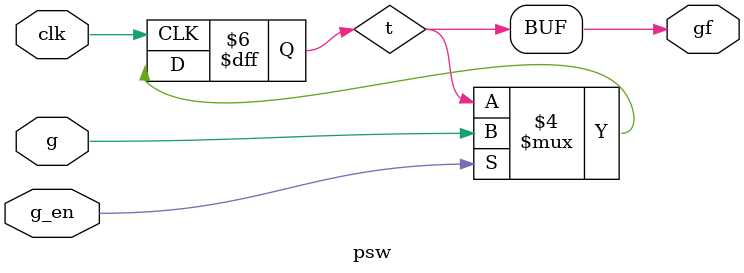
<source format=v>
module psw(g_en,clk,gf,g);
input g_en,clk,g;
output gf;
reg t=1'b0;
always @(negedge clk)
begin
	if(g_en==1'b1)
		t<=g;
end
assign gf=t;
endmodule 
</source>
